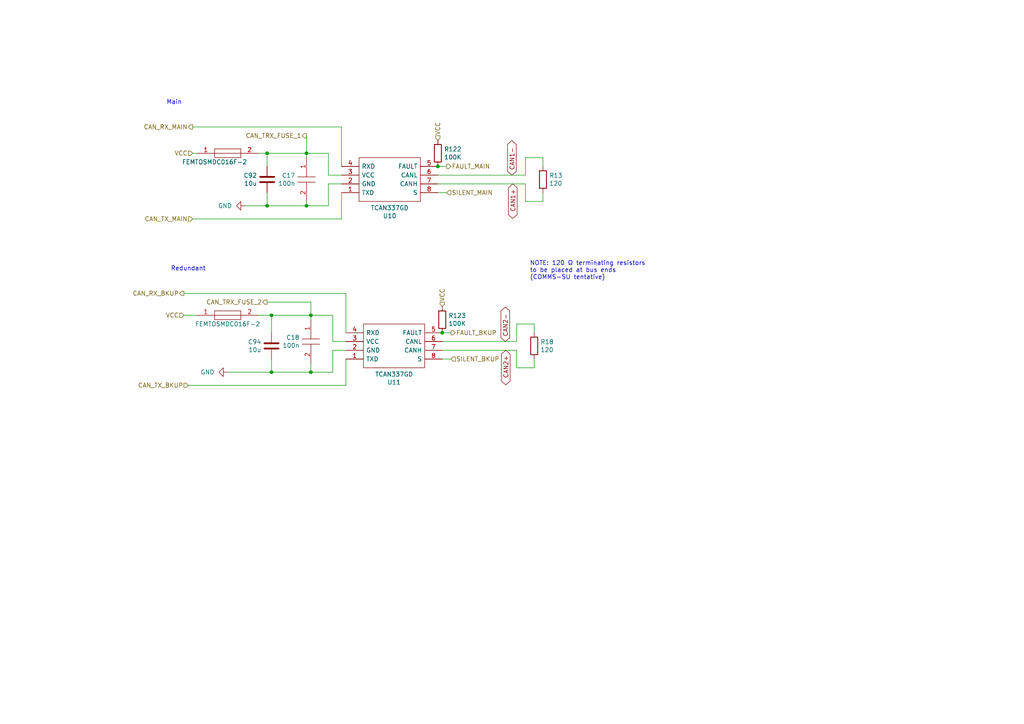
<source format=kicad_sch>
(kicad_sch (version 20230121) (generator eeschema)
  (paper "A4")
  (lib_symbols
    (symbol "ADCS_IC:FEMTOSMDC016F-2" (pin_names (offset 0.762))
      (property "Reference" "F" (at 13.97 6.35 0))
      (property "Value" "FEMTOSMDC016F-2" (at 13.97 3.81 0))
      (symbol "FEMTOSMDC016F-2_0_0"
        (pin passive line (at 0 0 0) (length 5.08) (name "~") (number "1"))
        (pin passive line (at 17.78 0 180) (length 5.08) (name "~") (number "2"))
      )
      (symbol "FEMTOSMDC016F-2_0_1"
        (polyline (pts (xy 5.08 0) (xy 12.7 0)) (stroke (width 0.1524)))
        (polyline (pts (xy 5.08 1.27) (xy 12.7 1.27) (xy 12.7 -1.27) (xy 5.08 -1.27) (xy 5.08 1.27)) (stroke (width 0.1524)))
      )
    )
    (symbol "Device:C" (pin_numbers hide) (pin_names (offset 0.254))
      (property "Reference" "C" (at 0.635 2.54 0))
      (property "Value" "C" (at 0.635 -2.54 0))
      (symbol "C_0_1"
        (polyline (pts (xy -2.032 -0.762) (xy 2.032 -0.762)) (stroke (width 0.508)))
        (polyline (pts (xy -2.032 0.762) (xy 2.032 0.762)) (stroke (width 0.508)))
      )
      (symbol "C_1_1"
        (pin passive line (at 0 3.81 270) (length 2.794) (name "~") (number "1"))
        (pin passive line (at 0 -3.81 90) (length 2.794) (name "~") (number "2"))
      )
    )
    (symbol "Device:R" (pin_numbers hide) (pin_names (offset 0))
      (property "Reference" "R" (at 2.032 0 90))
      (property "Value" "R" (at 0 0 90))
      (symbol "R_0_1"
        (rectangle (start -1.016 -2.54) (end 1.016 2.54) (stroke (width 0.254)))
      )
      (symbol "R_1_1"
        (pin passive line (at 0 3.81 270) (length 1.27) (name "~") (number "1"))
        (pin passive line (at 0 -3.81 90) (length 1.27) (name "~") (number "2"))
      )
    )
    (symbol "MISC:TCAN337GD" (pin_names (offset 0.762))
      (property "Reference" "U" (at 24.13 7.62 0))
      (property "Value" "TCAN337GD" (at 24.13 5.08 0))
      (symbol "TCAN337GD_0_0"
        (pin passive line (at 0 0 0) (length 5.08) (name "TXD") (number "1"))
        (pin passive line (at 0 -2.54 0) (length 5.08) (name "GND") (number "2"))
        (pin passive line (at 0 -5.08 0) (length 5.08) (name "VCC") (number "3"))
        (pin passive line (at 0 -7.62 0) (length 5.08) (name "RXD") (number "4"))
        (pin passive line (at 27.94 -7.62 180) (length 5.08) (name "FAULT") (number "5"))
        (pin passive line (at 27.94 -5.08 180) (length 5.08) (name "CANL") (number "6"))
        (pin passive line (at 27.94 -2.54 180) (length 5.08) (name "CANH") (number "7"))
        (pin passive line (at 27.94 0 180) (length 5.08) (name "S") (number "8"))
      )
      (symbol "TCAN337GD_0_1"
        (polyline (pts (xy 5.08 2.54) (xy 22.86 2.54) (xy 22.86 -10.16) (xy 5.08 -10.16) (xy 5.08 2.54)) (stroke (width 0.1524)))
      )
    )
    (symbol "OBC_PASSIVE:GCM155R71H104KE02J" (pin_names (offset 0.762))
      (property "Reference" "C" (at 8.89 6.35 0))
      (property "Value" "GCM155R71H104KE02J" (at 8.89 3.81 0))
      (symbol "GCM155R71H104KE02J_0_0"
        (pin passive line (at 0 0 0) (length 5.08) (name "~") (number "1"))
        (pin passive line (at 12.7 0 180) (length 5.08) (name "~") (number "2"))
      )
      (symbol "GCM155R71H104KE02J_0_1"
        (polyline (pts (xy 5.08 0) (xy 5.588 0)) (stroke (width 0.1524)))
        (polyline (pts (xy 5.588 2.54) (xy 5.588 -2.54)) (stroke (width 0.1524)))
        (polyline (pts (xy 7.112 0) (xy 7.62 0)) (stroke (width 0.1524)))
        (polyline (pts (xy 7.112 2.54) (xy 7.112 -2.54)) (stroke (width 0.1524)))
      )
    )
    (symbol "power:GND" (power) (pin_names (offset 0))
      (property "Value" "GND" (at 0 -3.81 0))
      (symbol "GND_0_1"
        (polyline (pts (xy 0 0) (xy 0 -1.27) (xy 1.27 -1.27) (xy 0 -2.54) (xy -1.27 -1.27) (xy 0 -1.27)))
      )
      (symbol "GND_1_1"
        (pin power_in line (at 0 0 270) (length 0) hide (name "GND") (number "1"))
      )
    )
  )
  (junction (at 78.74 107.95))
  (junction (at 128.27 96.52))
  (junction (at 88.9 59.69))
  (junction (at 77.47 44.45))
  (junction (at 90.17 91.44))
  (junction (at 127 48.26))
  (junction (at 78.74 91.44))
  (junction (at 90.17 107.95))
  (junction (at 88.9 44.45))
  (junction (at 77.47 59.69))
  (wire (pts (xy 127 50.8) (xy 152.4 50.8)))
  (wire (pts (xy 130.81 104.14) (xy 128.27 104.14)))
  (wire (pts (xy 88.9 59.69) (xy 77.47 59.69)))
  (wire (pts (xy 78.74 91.44) (xy 78.74 96.52)))
  (wire (pts (xy 74.93 44.45) (xy 77.47 44.45)))
  (wire (pts (xy 77.47 87.63) (xy 90.17 87.63)))
  (wire (pts (xy 152.4 53.34) (xy 152.4 58.42)))
  (wire (pts (xy 90.17 91.44) (xy 78.74 91.44)))
  (wire (pts (xy 128.27 99.06) (xy 149.86 99.06)))
  (wire (pts (xy 96.52 107.95) (xy 90.17 107.95)))
  (wire (pts (xy 149.86 101.6) (xy 149.86 106.68)))
  (wire (pts (xy 54.61 111.76) (xy 100.33 111.76)))
  (wire (pts (xy 78.74 104.14) (xy 78.74 107.95)))
  (wire (pts (xy 152.4 45.72) (xy 157.48 45.72)))
  (wire (pts (xy 96.52 99.06) (xy 96.52 91.44)))
  (wire (pts (xy 55.88 44.45) (xy 57.15 44.45)))
  (wire (pts (xy 100.33 99.06) (xy 96.52 99.06)))
  (wire (pts (xy 77.47 59.69) (xy 71.12 59.69)))
  (wire (pts (xy 127 53.34) (xy 152.4 53.34)))
  (wire (pts (xy 95.25 53.34) (xy 95.25 59.69)))
  (wire (pts (xy 90.17 107.95) (xy 78.74 107.95)))
  (wire (pts (xy 154.94 106.68) (xy 154.94 104.14)))
  (wire (pts (xy 88.9 59.69) (xy 88.9 58.42)))
  (wire (pts (xy 149.86 99.06) (xy 149.86 93.98)))
  (wire (pts (xy 149.86 106.68) (xy 154.94 106.68)))
  (wire (pts (xy 88.9 39.37) (xy 88.9 44.45)))
  (wire (pts (xy 152.4 50.8) (xy 152.4 45.72)))
  (wire (pts (xy 96.52 91.44) (xy 90.17 91.44)))
  (wire (pts (xy 77.47 55.88) (xy 77.47 59.69)))
  (wire (pts (xy 100.33 85.09) (xy 100.33 96.52)))
  (wire (pts (xy 152.4 58.42) (xy 157.48 58.42)))
  (wire (pts (xy 88.9 44.45) (xy 95.25 44.45)))
  (wire (pts (xy 95.25 50.8) (xy 95.25 44.45)))
  (wire (pts (xy 99.06 53.34) (xy 95.25 53.34)))
  (wire (pts (xy 90.17 107.95) (xy 90.17 105.41)))
  (wire (pts (xy 100.33 101.6) (xy 96.52 101.6)))
  (wire (pts (xy 99.06 50.8) (xy 95.25 50.8)))
  (wire (pts (xy 55.88 36.83) (xy 99.06 36.83)))
  (wire (pts (xy 96.52 101.6) (xy 96.52 107.95)))
  (wire (pts (xy 78.74 107.95) (xy 66.04 107.95)))
  (wire (pts (xy 77.47 44.45) (xy 77.47 48.26)))
  (wire (pts (xy 53.34 85.09) (xy 100.33 85.09)))
  (wire (pts (xy 149.86 93.98) (xy 154.94 93.98)))
  (wire (pts (xy 130.81 96.52) (xy 128.27 96.52)))
  (wire (pts (xy 129.54 55.88) (xy 127 55.88)))
  (wire (pts (xy 74.93 91.44) (xy 78.74 91.44)))
  (wire (pts (xy 77.47 44.45) (xy 88.9 44.45)))
  (wire (pts (xy 157.48 58.42) (xy 157.48 55.88)))
  (wire (pts (xy 95.25 59.69) (xy 88.9 59.69)))
  (wire (pts (xy 154.94 93.98) (xy 154.94 96.52)))
  (wire (pts (xy 90.17 87.63) (xy 90.17 91.44)))
  (wire (pts (xy 90.17 91.44) (xy 90.17 92.71)))
  (wire (pts (xy 99.06 63.5) (xy 99.06 55.88)))
  (wire (pts (xy 53.34 91.44) (xy 57.15 91.44)))
  (wire (pts (xy 100.33 111.76) (xy 100.33 104.14)))
  (wire (pts (xy 55.88 63.5) (xy 99.06 63.5)))
  (wire (pts (xy 88.9 44.45) (xy 88.9 45.72)))
  (wire (pts (xy 157.48 45.72) (xy 157.48 48.26)))
  (wire (pts (xy 99.06 36.83) (xy 99.06 48.26)))
  (wire (pts (xy 128.27 101.6) (xy 149.86 101.6)))
  (wire (pts (xy 129.54 48.26) (xy 127 48.26)))
  (text "Redundant" (at 49.53 78.74 0) (effects (font (size 1.27 1.27)) (justify left bottom)))
  (text "Main" (at 48.26 30.48 0) (effects (font (size 1.27 1.27)) (justify left bottom)))
  (text "NOTE: 120 Ω terminating resistors\nto be placed at bus ends\n(COMMS-SU tentative)" (at 153.67 81.28 0) (effects (font (size 1.27 1.27)) (justify left bottom)))
  (global_label "CAN2-" (shape bidirectional) (at 146.558 99.06 90) (property "Intersheetrefs" "${INTERSHEET_REFS}" (effects hide)))
  (global_label "CAN2+" (shape bidirectional) (at 146.685 101.6 270) (property "Intersheetrefs" "${INTERSHEET_REFS}" (effects hide)))
  (global_label "CAN1-" (shape bidirectional) (at 148.463 50.8 90) (property "Intersheetrefs" "${INTERSHEET_REFS}" (effects hide)))
  (global_label "CAN1+" (shape bidirectional) (at 148.717 53.34 270) (property "Intersheetrefs" "${INTERSHEET_REFS}" (effects hide)))
  (hierarchical_label "CAN_TRX_FUSE_2" (shape output) (at 77.47 87.63 180))
  (hierarchical_label "VCC" (shape input) (at 53.34 91.44 180))
  (hierarchical_label "CAN_TRX_FUSE_1" (shape output) (at 88.9 39.37 180))
  (hierarchical_label "FAULT_MAIN" (shape output) (at 129.54 48.26 0))
  (hierarchical_label "CAN_TX_BKUP" (shape input) (at 54.61 111.76 180))
  (hierarchical_label "CAN_RX_BKUP" (shape output) (at 53.34 85.09 180))
  (hierarchical_label "VCC" (shape input) (at 128.27 88.9 90))
  (hierarchical_label "CAN_TX_MAIN" (shape input) (at 55.88 63.5 180))
  (hierarchical_label "FAULT_BKUP" (shape output) (at 130.81 96.52 0))
  (hierarchical_label "VCC" (shape input) (at 55.88 44.45 180))
  (hierarchical_label "CAN_RX_MAIN" (shape output) (at 55.88 36.83 180))
  (hierarchical_label "SILENT_MAIN" (shape input) (at 129.54 55.88 0))
  (hierarchical_label "VCC" (shape input) (at 127 40.64 90))
  (hierarchical_label "SILENT_BKUP" (shape input) (at 130.81 104.14 0))
  (symbol (lib_id "Device:R") (at 157.48 52.07 0) (unit 1)
    (property "Reference" "R13" (at 159.258 50.9016 0) (effects (justify left)))
    (property "Value" "120" (at 159.258 53.213 0) (effects (justify left)))
    (property "Footprint" "Resistor_SMD:R_0402_1005Metric" (effects hide))
  )
  (symbol (lib_id "MISC:TCAN337GD") (at 100.33 104.14 0) (mirror x) (unit 1)
    (property "Reference" "U11" (at 114.3 110.871 0))
    (property "Value" "TCAN337GD" (at 114.3 108.5596 0))
    (property "Footprint" "MISC:TCAN337GDR" (effects hide))
    (property "Datasheet" "https://www.arrow.com/en/products/tcan337gd/texas-instruments" (effects hide))
    (property "Description" "CAN Interface IC" (effects hide))
    (property "Height" "1.75" (effects hide))
    (property "Mouser Part Number" "595-TCAN337GD" (effects hide))
    (property "Mouser Price/Stock" "https://www.mouser.com/Search/Refine.aspx?Keyword=595-TCAN337GD" (effects hide))
    (property "Manufacturer_Name" "Texas Instruments" (effects hide))
    (property "Manufacturer_Part_Number" "TCAN337GD" (effects hide))
  )
  (symbol (lib_id "Device:R") (at 127 44.45 0) (unit 1)
    (property "Reference" "R122" (at 128.778 43.2816 0) (effects (justify left)))
    (property "Value" "100K" (at 128.778 45.593 0) (effects (justify left)))
    (property "Footprint" "Resistor_SMD:R_0402_1005Metric" (effects hide))
  )
  (symbol (lib_id "power:GND") (at 71.12 59.69 270) (unit 1)
    (property "Reference" "#PWR023" (effects hide))
    (property "Value" "GND" (at 67.31 59.69 90) (effects (justify right)))
  )
  (symbol (lib_id "MISC:TCAN337GD") (at 99.06 55.88 0) (mirror x) (unit 1)
    (property "Reference" "U10" (at 113.03 62.611 0))
    (property "Value" "TCAN337GD" (at 113.03 60.2996 0))
    (property "Footprint" "MISC:TCAN337GDR" (effects hide))
    (property "Datasheet" "https://www.arrow.com/en/products/tcan337gd/texas-instruments" (effects hide))
    (property "Description" "CAN Interface IC" (effects hide))
    (property "Height" "1.75" (effects hide))
    (property "Mouser Part Number" "595-TCAN337GD" (effects hide))
    (property "Mouser Price/Stock" "https://www.mouser.com/Search/Refine.aspx?Keyword=595-TCAN337GD" (effects hide))
    (property "Manufacturer_Name" "Texas Instruments" (effects hide))
    (property "Manufacturer_Part_Number" "TCAN337GD" (effects hide))
  )
  (symbol (lib_id "ADCS_IC:FEMTOSMDC016F-2") (at 57.15 44.45 0) (unit 1)
    (property "Reference" "F6" (effects hide))
    (property "Value" "FEMTOSMDC016F-2" (at 62.23 46.99 0))
    (property "Footprint" "ADCS_IC:FUSC1608X85N" (effects hide))
    (property "Datasheet" "https://www.littelfuse.com/~/media/electronics/product_specifications/resettable_ptcs/littelfuse_ptc_femtosmdc005f_2_product_specification.pdf.pdf" (effects hide))
    (property "Description" "Resettable Fuses - PPTC 9V      .16A-HD  40A MAX" (effects hide))
    (property "Height" "0.85" (effects hide))
    (property "Manufacturer_Name" "LITTELFUSE" (effects hide))
    (property "Manufacturer_Part_Number" "FEMTOSMDC016F-2" (effects hide))
    (property "Mouser Part Number" "650-FEMTOSMDC016F-2" (effects hide))
    (property "Mouser Price/Stock" "https://www.mouser.co.uk/ProductDetail/Littelfuse/FEMTOSMDC016F-2?qs=5HUSoMAf2%252BoNWb7nt5%252BK9w%3D%3D" (effects hide))
    (property "Arrow Part Number" "FEMTOSMDC016F-2" (effects hide))
    (property "Arrow Price/Stock" "https://www.arrow.com/en/products/femtosmdc016f-2/littelfuse" (effects hide))
  )
  (symbol (lib_id "OBC_PASSIVE:GCM155R71H104KE02J") (at 88.9 45.72 90) (mirror x) (unit 1)
    (property "Reference" "C17" (at 85.6488 50.9016 90) (effects (justify left)))
    (property "Value" "100n" (at 85.6488 53.213 90) (effects (justify left)))
    (property "Footprint" "Capacitor_SMD:C_0402_1005Metric" (effects hide))
    (property "Datasheet" "https://psearch.en.murata.com/capacitor/product/GCM155R71H104KE02%23.html" (effects hide))
    (property "Description" "Capacitor GCM15 L=1.0mm W=0.5mm T=0.5mm" (effects hide))
    (property "Height" "0.55" (effects hide))
    (property "Mouser Part Number" "81-GCM155R71H104KE2J" (effects hide))
    (property "Mouser Price/Stock" "https://www.mouser.co.uk/ProductDetail/Murata-Electronics/GCM155R71H104KE02J?qs=hNud%2FORuBR1wlwGPFWBVDg%3D%3D" (effects hide))
    (property "Manufacturer_Name" "Murata Electronics" (effects hide))
    (property "Manufacturer_Part_Number" "GCM155R71H104KE02J" (effects hide))
  )
  (symbol (lib_id "ADCS_IC:FEMTOSMDC016F-2") (at 57.15 91.44 0) (unit 1)
    (property "Reference" "F7" (effects hide))
    (property "Value" "FEMTOSMDC016F-2" (at 66.04 93.98 0))
    (property "Footprint" "ADCS_IC:FUSC1608X85N" (effects hide))
    (property "Datasheet" "https://www.littelfuse.com/~/media/electronics/product_specifications/resettable_ptcs/littelfuse_ptc_femtosmdc005f_2_product_specification.pdf.pdf" (effects hide))
    (property "Description" "Resettable Fuses - PPTC 9V      .16A-HD  40A MAX" (effects hide))
    (property "Height" "0.85" (effects hide))
    (property "Manufacturer_Name" "LITTELFUSE" (effects hide))
    (property "Manufacturer_Part_Number" "FEMTOSMDC016F-2" (effects hide))
    (property "Mouser Part Number" "650-FEMTOSMDC016F-2" (effects hide))
    (property "Mouser Price/Stock" "https://www.mouser.co.uk/ProductDetail/Littelfuse/FEMTOSMDC016F-2?qs=5HUSoMAf2%252BoNWb7nt5%252BK9w%3D%3D" (effects hide))
    (property "Arrow Part Number" "FEMTOSMDC016F-2" (effects hide))
    (property "Arrow Price/Stock" "https://www.arrow.com/en/products/femtosmdc016f-2/littelfuse" (effects hide))
  )
  (symbol (lib_id "power:GND") (at 66.04 107.95 270) (unit 1)
    (property "Reference" "#PWR024" (effects hide))
    (property "Value" "GND" (at 62.23 107.95 90) (effects (justify right)))
  )
  (symbol (lib_id "Device:C") (at 78.74 100.33 0) (mirror y) (unit 1)
    (property "Reference" "C94" (at 75.819 99.1616 0) (effects (justify left)))
    (property "Value" "10u" (at 75.819 101.473 0) (effects (justify left)))
    (property "Footprint" "Capacitor_SMD:C_0603_1608Metric" (effects hide))
  )
  (symbol (lib_id "Device:R") (at 154.94 100.33 0) (unit 1)
    (property "Reference" "R18" (at 156.718 99.1616 0) (effects (justify left)))
    (property "Value" "120" (at 156.718 101.473 0) (effects (justify left)))
    (property "Footprint" "Resistor_SMD:R_0402_1005Metric" (effects hide))
  )
  (symbol (lib_id "Device:C") (at 77.47 52.07 0) (mirror y) (unit 1)
    (property "Reference" "C92" (at 74.549 50.9016 0) (effects (justify left)))
    (property "Value" "10u" (at 74.549 53.213 0) (effects (justify left)))
    (property "Footprint" "Capacitor_SMD:C_0603_1608Metric" (effects hide))
  )
  (symbol (lib_id "Device:R") (at 128.27 92.71 0) (unit 1)
    (property "Reference" "R123" (at 130.048 91.5416 0) (effects (justify left)))
    (property "Value" "100K" (at 130.048 93.853 0) (effects (justify left)))
    (property "Footprint" "Resistor_SMD:R_0402_1005Metric" (effects hide))
  )
  (symbol (lib_id "OBC_PASSIVE:GCM155R71H104KE02J") (at 90.17 92.71 90) (mirror x) (unit 1)
    (property "Reference" "C18" (at 86.9188 97.8916 90) (effects (justify left)))
    (property "Value" "100n" (at 86.9188 100.203 90) (effects (justify left)))
    (property "Footprint" "Capacitor_SMD:C_0402_1005Metric" (effects hide))
    (property "Datasheet" "https://psearch.en.murata.com/capacitor/product/GCM155R71H104KE02%23.html" (effects hide))
    (property "Description" "Capacitor GCM15 L=1.0mm W=0.5mm T=0.5mm" (effects hide))
    (property "Height" "0.55" (effects hide))
    (property "Mouser Part Number" "81-GCM155R71H104KE2J" (effects hide))
    (property "Mouser Price/Stock" "https://www.mouser.co.uk/ProductDetail/Murata-Electronics/GCM155R71H104KE02J?qs=hNud%2FORuBR1wlwGPFWBVDg%3D%3D" (effects hide))
    (property "Manufacturer_Name" "Murata Electronics" (effects hide))
    (property "Manufacturer_Part_Number" "GCM155R71H104KE02J" (effects hide))
  )
)
</source>
